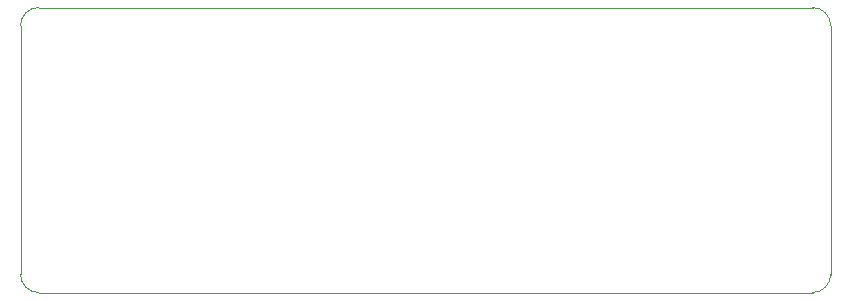
<source format=gbr>
%TF.GenerationSoftware,KiCad,Pcbnew,9.0.3-9.0.3-0~ubuntu22.04.1*%
%TF.CreationDate,2025-08-10T09:26:03-07:00*%
%TF.ProjectId,SCSI_terminator,53435349-5f74-4657-926d-696e61746f72,rev?*%
%TF.SameCoordinates,Original*%
%TF.FileFunction,Profile,NP*%
%FSLAX46Y46*%
G04 Gerber Fmt 4.6, Leading zero omitted, Abs format (unit mm)*
G04 Created by KiCad (PCBNEW 9.0.3-9.0.3-0~ubuntu22.04.1) date 2025-08-10 09:26:03*
%MOMM*%
%LPD*%
G01*
G04 APERTURE LIST*
%TA.AperFunction,Profile*%
%ADD10C,0.050000*%
%TD*%
G04 APERTURE END LIST*
D10*
X114549296Y-89918700D02*
X114551226Y-110986711D01*
X181599771Y-112525756D02*
X116138760Y-112522000D01*
X183134000Y-89916000D02*
X183133789Y-111001756D01*
X116073296Y-88394667D02*
X181610000Y-88392000D01*
X114549296Y-89918667D02*
G75*
G02*
X116073296Y-88394667I1523999J1D01*
G01*
X116075226Y-112523326D02*
G75*
G02*
X114551226Y-110999326I-1J1523999D01*
G01*
X183133789Y-111001756D02*
G75*
G02*
X181609789Y-112525756I-1523999J-1D01*
G01*
X181610000Y-88392000D02*
G75*
G02*
X183134000Y-89916000I0J-1524000D01*
G01*
M02*

</source>
